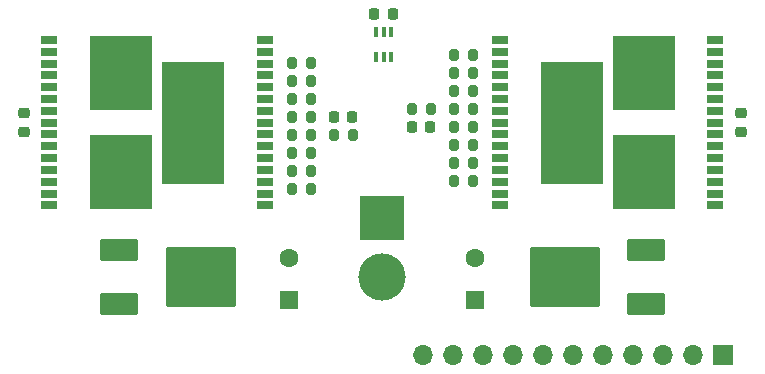
<source format=gts>
%TF.GenerationSoftware,KiCad,Pcbnew,(6.0.0-0)*%
%TF.CreationDate,2022-03-22T21:28:24+08:00*%
%TF.ProjectId,driver,64726976-6572-42e6-9b69-6361645f7063,rev?*%
%TF.SameCoordinates,Original*%
%TF.FileFunction,Soldermask,Top*%
%TF.FilePolarity,Negative*%
%FSLAX46Y46*%
G04 Gerber Fmt 4.6, Leading zero omitted, Abs format (unit mm)*
G04 Created by KiCad (PCBNEW (6.0.0-0)) date 2022-03-22 21:28:24*
%MOMM*%
%LPD*%
G01*
G04 APERTURE LIST*
G04 Aperture macros list*
%AMRoundRect*
0 Rectangle with rounded corners*
0 $1 Rounding radius*
0 $2 $3 $4 $5 $6 $7 $8 $9 X,Y pos of 4 corners*
0 Add a 4 corners polygon primitive as box body*
4,1,4,$2,$3,$4,$5,$6,$7,$8,$9,$2,$3,0*
0 Add four circle primitives for the rounded corners*
1,1,$1+$1,$2,$3*
1,1,$1+$1,$4,$5*
1,1,$1+$1,$6,$7*
1,1,$1+$1,$8,$9*
0 Add four rect primitives between the rounded corners*
20,1,$1+$1,$2,$3,$4,$5,0*
20,1,$1+$1,$4,$5,$6,$7,0*
20,1,$1+$1,$6,$7,$8,$9,0*
20,1,$1+$1,$8,$9,$2,$3,0*%
G04 Aperture macros list end*
%ADD10RoundRect,0.200000X0.200000X0.275000X-0.200000X0.275000X-0.200000X-0.275000X0.200000X-0.275000X0*%
%ADD11RoundRect,0.200000X-0.200000X-0.275000X0.200000X-0.275000X0.200000X0.275000X-0.200000X0.275000X0*%
%ADD12RoundRect,0.225000X0.225000X0.250000X-0.225000X0.250000X-0.225000X-0.250000X0.225000X-0.250000X0*%
%ADD13R,1.350000X0.660000*%
%ADD14R,5.250000X10.300000*%
%ADD15R,5.250000X6.230000*%
%ADD16R,1.700000X1.700000*%
%ADD17O,1.700000X1.700000*%
%ADD18RoundRect,0.101600X1.499870X-0.798830X1.499870X0.798830X-1.499870X0.798830X-1.499870X-0.798830X0*%
%ADD19RoundRect,0.101600X2.857500X-2.413000X2.857500X2.413000X-2.857500X2.413000X-2.857500X-2.413000X0*%
%ADD20R,0.450000X0.850000*%
%ADD21RoundRect,0.225000X-0.250000X0.225000X-0.250000X-0.225000X0.250000X-0.225000X0.250000X0.225000X0*%
%ADD22RoundRect,0.101600X-1.499870X0.798830X-1.499870X-0.798830X1.499870X-0.798830X1.499870X0.798830X0*%
%ADD23RoundRect,0.101600X-2.857500X2.413000X-2.857500X-2.413000X2.857500X-2.413000X2.857500X2.413000X0*%
%ADD24RoundRect,0.225000X-0.225000X-0.250000X0.225000X-0.250000X0.225000X0.250000X-0.225000X0.250000X0*%
%ADD25R,1.600000X1.600000*%
%ADD26C,1.600000*%
%ADD27R,3.800000X3.800000*%
%ADD28C,4.000000*%
G04 APERTURE END LIST*
D10*
%TO.C,M2R6*%
X169250600Y-101867235D03*
X167600600Y-101867235D03*
%TD*%
D11*
%TO.C,M2R5*%
X167600600Y-100343235D03*
X169250600Y-100343235D03*
%TD*%
D12*
%TO.C,M2C8*%
X165621000Y-104915235D03*
X164071000Y-104915235D03*
%TD*%
D13*
%TO.C,M2U1*%
X171490600Y-97526400D03*
X171490600Y-98526400D03*
X171490600Y-99526400D03*
X171490600Y-100526400D03*
X171490600Y-101526400D03*
X171490600Y-102526400D03*
X171490600Y-103526400D03*
X171490600Y-104526400D03*
X171490600Y-105526400D03*
X171490600Y-106526400D03*
X171490600Y-107526400D03*
X171490600Y-108526400D03*
X171490600Y-109526400D03*
X171490600Y-110526400D03*
X171490600Y-111526400D03*
X189740600Y-111526400D03*
X189740600Y-110526400D03*
X189740600Y-109526400D03*
X189740600Y-108526400D03*
X189740600Y-107526400D03*
X189740600Y-106526400D03*
X189740600Y-105526400D03*
X189740600Y-104526400D03*
X189740600Y-103526400D03*
X189740600Y-102526400D03*
X189740600Y-101526400D03*
X189740600Y-100526400D03*
X189740600Y-99526400D03*
X189740600Y-98526400D03*
X189740600Y-97526400D03*
D14*
X177565600Y-104526400D03*
D15*
X183665600Y-108691400D03*
X183665600Y-100361400D03*
%TD*%
D11*
%TO.C,M2R81*%
X167600600Y-104915235D03*
X169250600Y-104915235D03*
%TD*%
%TO.C,M2R71*%
X167600600Y-103391235D03*
X169250600Y-103391235D03*
%TD*%
D16*
%TO.C,J2*%
X190425000Y-124200000D03*
D17*
X187885000Y-124200000D03*
X185345000Y-124200000D03*
X182805000Y-124200000D03*
X180265000Y-124200000D03*
X177725000Y-124200000D03*
X175185000Y-124200000D03*
X172645000Y-124200000D03*
X170105000Y-124200000D03*
X167565000Y-124200000D03*
X165025000Y-124200000D03*
%TD*%
D10*
%TO.C,M1R71*%
X155520000Y-105550235D03*
X153870000Y-105550235D03*
%TD*%
%TO.C,M1R81*%
X155520000Y-104026235D03*
X153870000Y-104026235D03*
%TD*%
%TO.C,M1R4*%
X155520000Y-110122235D03*
X153870000Y-110122235D03*
%TD*%
D11*
%TO.C,M1R72*%
X157417000Y-105550235D03*
X159067000Y-105550235D03*
%TD*%
D10*
%TO.C,M2R72*%
X165671000Y-103391235D03*
X164021000Y-103391235D03*
%TD*%
D18*
%TO.C,M2Q1*%
X183880865Y-119875380D03*
X183880865Y-115318620D03*
D19*
X176984765Y-117597000D03*
%TD*%
D20*
%TO.C,U1*%
X161006000Y-98950000D03*
X161656000Y-98950000D03*
X162306000Y-98950000D03*
X162306000Y-96850000D03*
X161656000Y-96850000D03*
X161006000Y-96850000D03*
%TD*%
D13*
%TO.C,M1U1*%
X151596200Y-111526400D03*
X151596200Y-110526400D03*
X151596200Y-109526400D03*
X151596200Y-108526400D03*
X151596200Y-107526400D03*
X151596200Y-106526400D03*
X151596200Y-105526400D03*
X151596200Y-104526400D03*
X151596200Y-103526400D03*
X151596200Y-102526400D03*
X151596200Y-101526400D03*
X151596200Y-100526400D03*
X151596200Y-99526400D03*
X151596200Y-98526400D03*
X151596200Y-97526400D03*
X133346200Y-97526400D03*
X133346200Y-98526400D03*
X133346200Y-99526400D03*
X133346200Y-100526400D03*
X133346200Y-101526400D03*
X133346200Y-102526400D03*
X133346200Y-103526400D03*
X133346200Y-104526400D03*
X133346200Y-105526400D03*
X133346200Y-106526400D03*
X133346200Y-107526400D03*
X133346200Y-108526400D03*
X133346200Y-109526400D03*
X133346200Y-110526400D03*
X133346200Y-111526400D03*
D14*
X145521200Y-104526400D03*
D15*
X139421200Y-100361400D03*
X139421200Y-108691400D03*
%TD*%
D11*
%TO.C,M2R4*%
X167600600Y-98819235D03*
X169250600Y-98819235D03*
%TD*%
%TO.C,M1R6*%
X153870000Y-107074235D03*
X155520000Y-107074235D03*
%TD*%
D21*
%TO.C,M1C3*%
X131196418Y-103741000D03*
X131196418Y-105291000D03*
%TD*%
D12*
%TO.C,MUC1*%
X162431000Y-95360000D03*
X160881000Y-95360000D03*
%TD*%
D10*
%TO.C,M1R10*%
X155520000Y-99454235D03*
X153870000Y-99454235D03*
%TD*%
%TO.C,M1R9*%
X155520000Y-100978235D03*
X153870000Y-100978235D03*
%TD*%
%TO.C,M1R5*%
X155520000Y-108598235D03*
X153870000Y-108598235D03*
%TD*%
D22*
%TO.C,M1Q1*%
X139261553Y-115318620D03*
X139261553Y-119875380D03*
D23*
X146157653Y-117597000D03*
%TD*%
D11*
%TO.C,M1R82*%
X153870000Y-102502235D03*
X155520000Y-102502235D03*
%TD*%
D24*
%TO.C,M1C8*%
X157467000Y-104026235D03*
X159017000Y-104026235D03*
%TD*%
D11*
%TO.C,M2R10*%
X167600600Y-109487235D03*
X169250600Y-109487235D03*
%TD*%
%TO.C,M2R9*%
X167600600Y-107963235D03*
X169250600Y-107963235D03*
%TD*%
D10*
%TO.C,M2R82*%
X169250600Y-106439235D03*
X167600600Y-106439235D03*
%TD*%
D21*
%TO.C,M2C3*%
X191946000Y-103741000D03*
X191946000Y-105291000D03*
%TD*%
D25*
%TO.C,M2CP1*%
X169431982Y-119508651D03*
D26*
X169431982Y-116008651D03*
%TD*%
D25*
%TO.C,M1CP1*%
X153610400Y-119508651D03*
D26*
X153610400Y-116008651D03*
%TD*%
D27*
%TO.C,J1*%
X161544000Y-112562000D03*
D28*
X161544000Y-117562000D03*
%TD*%
M02*

</source>
